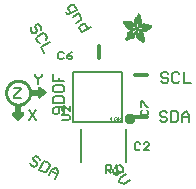
<source format=gbr>
G04 EAGLE Gerber RS-274X export*
G75*
%MOMM*%
%FSLAX34Y34*%
%LPD*%
%INSilkscreen Top*%
%IPPOS*%
%AMOC8*
5,1,8,0,0,1.08239X$1,22.5*%
G01*
%ADD10C,0.152400*%
%ADD11C,0.254000*%
%ADD12C,0.127000*%
%ADD13C,0.304800*%
%ADD14R,0.034300X0.003800*%
%ADD15R,0.057200X0.003800*%
%ADD16R,0.076200X0.003800*%
%ADD17R,0.091400X0.003800*%
%ADD18R,0.102900X0.003800*%
%ADD19R,0.114300X0.003900*%
%ADD20R,0.129500X0.003800*%
%ADD21R,0.137200X0.003800*%
%ADD22R,0.144800X0.003800*%
%ADD23R,0.152400X0.003800*%
%ADD24R,0.160000X0.003800*%
%ADD25R,0.171500X0.003800*%
%ADD26R,0.175300X0.003800*%
%ADD27R,0.182900X0.003800*%
%ADD28R,0.190500X0.003800*%
%ADD29R,0.194300X0.003900*%
%ADD30R,0.201900X0.003800*%
%ADD31R,0.209500X0.003800*%
%ADD32R,0.213400X0.003800*%
%ADD33R,0.221000X0.003800*%
%ADD34R,0.224800X0.003800*%
%ADD35R,0.232400X0.003800*%
%ADD36R,0.240000X0.003800*%
%ADD37R,0.243800X0.003800*%
%ADD38R,0.247600X0.003800*%
%ADD39R,0.255300X0.003900*%
%ADD40R,0.259100X0.003800*%
%ADD41R,0.262900X0.003800*%
%ADD42R,0.270500X0.003800*%
%ADD43R,0.274300X0.003800*%
%ADD44R,0.281900X0.003800*%
%ADD45R,0.285700X0.003800*%
%ADD46R,0.289500X0.003800*%
%ADD47R,0.297200X0.003800*%
%ADD48R,0.301000X0.003800*%
%ADD49R,0.304800X0.003900*%
%ADD50R,0.312400X0.003800*%
%ADD51R,0.316200X0.003800*%
%ADD52R,0.320000X0.003800*%
%ADD53R,0.327600X0.003800*%
%ADD54R,0.331500X0.003800*%
%ADD55R,0.339100X0.003800*%
%ADD56R,0.342900X0.003800*%
%ADD57R,0.346700X0.003800*%
%ADD58R,0.354300X0.003800*%
%ADD59R,0.358100X0.003900*%
%ADD60R,0.361900X0.003800*%
%ADD61R,0.369600X0.003800*%
%ADD62R,0.373400X0.003800*%
%ADD63R,0.377200X0.003800*%
%ADD64R,0.384800X0.003800*%
%ADD65R,0.388600X0.003800*%
%ADD66R,0.396200X0.003800*%
%ADD67R,0.400000X0.003800*%
%ADD68R,0.403800X0.003800*%
%ADD69R,0.411500X0.003900*%
%ADD70R,0.415300X0.003800*%
%ADD71R,0.419100X0.003800*%
%ADD72R,0.045700X0.003800*%
%ADD73R,0.426700X0.003800*%
%ADD74R,0.072400X0.003800*%
%ADD75R,0.430500X0.003800*%
%ADD76R,0.095300X0.003800*%
%ADD77R,0.438100X0.003800*%
%ADD78R,0.110500X0.003800*%
%ADD79R,0.441900X0.003800*%
%ADD80R,0.445800X0.003800*%
%ADD81R,0.144700X0.003800*%
%ADD82R,0.453400X0.003800*%
%ADD83R,0.457200X0.003800*%
%ADD84R,0.175300X0.003900*%
%ADD85R,0.461000X0.003900*%
%ADD86R,0.468600X0.003800*%
%ADD87R,0.205800X0.003800*%
%ADD88R,0.472400X0.003800*%
%ADD89R,0.217200X0.003800*%
%ADD90R,0.476200X0.003800*%
%ADD91R,0.483900X0.003800*%
%ADD92R,0.247700X0.003800*%
%ADD93R,0.487700X0.003800*%
%ADD94R,0.495300X0.003800*%
%ADD95R,0.499100X0.003800*%
%ADD96R,0.502900X0.003800*%
%ADD97R,0.510500X0.003800*%
%ADD98R,0.308600X0.003900*%
%ADD99R,0.514300X0.003900*%
%ADD100R,0.323800X0.003800*%
%ADD101R,0.518100X0.003800*%
%ADD102R,0.335300X0.003800*%
%ADD103R,0.525800X0.003800*%
%ADD104R,0.529600X0.003800*%
%ADD105R,0.358100X0.003800*%
%ADD106R,0.533400X0.003800*%
%ADD107R,0.537200X0.003800*%
%ADD108R,0.381000X0.003800*%
%ADD109R,0.544800X0.003800*%
%ADD110R,0.392400X0.003800*%
%ADD111R,0.548600X0.003800*%
%ADD112R,0.552400X0.003800*%
%ADD113R,0.556200X0.003800*%
%ADD114R,0.422900X0.003900*%
%ADD115R,0.560100X0.003900*%
%ADD116R,0.434300X0.003800*%
%ADD117R,0.563900X0.003800*%
%ADD118R,0.567700X0.003800*%
%ADD119R,0.461000X0.003800*%
%ADD120R,0.571500X0.003800*%
%ADD121R,0.575300X0.003800*%
%ADD122R,0.480100X0.003800*%
%ADD123R,0.579100X0.003800*%
%ADD124R,0.491500X0.003800*%
%ADD125R,0.582900X0.003800*%
%ADD126R,0.586700X0.003800*%
%ADD127R,0.510600X0.003800*%
%ADD128R,0.590500X0.003800*%
%ADD129R,0.522000X0.003800*%
%ADD130R,0.594300X0.003800*%
%ADD131R,0.533400X0.003900*%
%ADD132R,0.598200X0.003900*%
%ADD133R,0.541000X0.003800*%
%ADD134R,0.602000X0.003800*%
%ADD135R,0.552500X0.003800*%
%ADD136R,0.605800X0.003800*%
%ADD137R,0.560100X0.003800*%
%ADD138R,0.609600X0.003800*%
%ADD139R,0.613400X0.003800*%
%ADD140R,0.583000X0.003800*%
%ADD141R,0.617200X0.003800*%
%ADD142R,0.594400X0.003800*%
%ADD143R,0.621000X0.003800*%
%ADD144R,0.598200X0.003800*%
%ADD145R,0.624800X0.003800*%
%ADD146R,0.613500X0.003900*%
%ADD147R,0.628600X0.003900*%
%ADD148R,0.632400X0.003800*%
%ADD149R,0.628600X0.003800*%
%ADD150R,0.636300X0.003800*%
%ADD151R,0.640100X0.003800*%
%ADD152R,0.636200X0.003800*%
%ADD153R,0.643900X0.003800*%
%ADD154R,0.647700X0.003800*%
%ADD155R,0.651500X0.003800*%
%ADD156R,0.659100X0.003800*%
%ADD157R,0.659100X0.003900*%
%ADD158R,0.655300X0.003900*%
%ADD159R,0.662900X0.003800*%
%ADD160R,0.655300X0.003800*%
%ADD161R,0.670500X0.003800*%
%ADD162R,0.670600X0.003800*%
%ADD163R,0.674400X0.003800*%
%ADD164R,0.682000X0.003800*%
%ADD165R,0.666700X0.003800*%
%ADD166R,0.685800X0.003800*%
%ADD167R,0.689600X0.003800*%
%ADD168R,0.693400X0.003900*%
%ADD169R,0.674400X0.003900*%
%ADD170R,0.697200X0.003800*%
%ADD171R,0.678200X0.003800*%
%ADD172R,0.697300X0.003800*%
%ADD173R,0.701100X0.003800*%
%ADD174R,0.704900X0.003800*%
%ADD175R,0.708700X0.003800*%
%ADD176R,0.712500X0.003800*%
%ADD177R,0.716300X0.003800*%
%ADD178R,0.720100X0.003900*%
%ADD179R,0.689600X0.003900*%
%ADD180R,0.720000X0.003800*%
%ADD181R,0.693400X0.003800*%
%ADD182R,0.723900X0.003800*%
%ADD183R,0.727700X0.003800*%
%ADD184R,0.731500X0.003800*%
%ADD185R,0.701000X0.003800*%
%ADD186R,0.735300X0.003800*%
%ADD187R,0.731500X0.003900*%
%ADD188R,0.701000X0.003900*%
%ADD189R,0.704800X0.003800*%
%ADD190R,0.739100X0.003800*%
%ADD191R,0.743000X0.003800*%
%ADD192R,0.739200X0.003800*%
%ADD193R,0.743000X0.003900*%
%ADD194R,0.704800X0.003900*%
%ADD195R,0.746800X0.003800*%
%ADD196R,0.746800X0.003900*%
%ADD197R,0.742900X0.003800*%
%ADD198R,0.746700X0.003800*%
%ADD199R,0.746700X0.003900*%
%ADD200R,1.428800X0.003800*%
%ADD201R,1.424900X0.003800*%
%ADD202R,1.421100X0.003900*%
%ADD203R,1.421100X0.003800*%
%ADD204R,1.417300X0.003800*%
%ADD205R,1.413500X0.003800*%
%ADD206R,1.409700X0.003800*%
%ADD207R,1.405900X0.003800*%
%ADD208R,1.402100X0.003800*%
%ADD209R,1.398300X0.003800*%
%ADD210R,0.983000X0.003900*%
%ADD211R,0.384800X0.003900*%
%ADD212R,0.971600X0.003800*%
%ADD213R,0.963900X0.003800*%
%ADD214R,0.956300X0.003800*%
%ADD215R,0.365800X0.003800*%
%ADD216R,0.952500X0.003800*%
%ADD217R,0.941000X0.003800*%
%ADD218R,0.358200X0.003800*%
%ADD219R,0.937200X0.003800*%
%ADD220R,0.933400X0.003800*%
%ADD221R,0.354400X0.003800*%
%ADD222R,0.925800X0.003800*%
%ADD223R,0.350500X0.003800*%
%ADD224R,0.922000X0.003800*%
%ADD225R,0.918200X0.003900*%
%ADD226R,0.346700X0.003900*%
%ADD227R,0.910600X0.003800*%
%ADD228R,0.906800X0.003800*%
%ADD229R,0.903000X0.003800*%
%ADD230R,0.339000X0.003800*%
%ADD231R,0.895300X0.003800*%
%ADD232R,0.335200X0.003800*%
%ADD233R,0.887700X0.003800*%
%ADD234R,0.883900X0.003800*%
%ADD235R,0.331400X0.003800*%
%ADD236R,0.880100X0.003800*%
%ADD237R,0.876300X0.003800*%
%ADD238R,0.468600X0.003900*%
%ADD239R,0.396200X0.003900*%
%ADD240R,0.323800X0.003900*%
%ADD241R,0.449600X0.003800*%
%ADD242R,0.323900X0.003800*%
%ADD243R,0.442000X0.003800*%
%ADD244R,0.434400X0.003800*%
%ADD245R,0.320100X0.003800*%
%ADD246R,0.316300X0.003800*%
%ADD247R,0.426800X0.003800*%
%ADD248R,0.327700X0.003800*%
%ADD249R,0.312500X0.003800*%
%ADD250R,0.422900X0.003800*%
%ADD251R,0.308600X0.003800*%
%ADD252R,0.293400X0.003800*%
%ADD253R,0.304800X0.003800*%
%ADD254R,0.419100X0.003900*%
%ADD255R,0.285700X0.003900*%
%ADD256R,0.301000X0.003900*%
%ADD257R,0.411500X0.003800*%
%ADD258R,0.407700X0.003800*%
%ADD259R,0.289600X0.003800*%
%ADD260R,0.285800X0.003800*%
%ADD261R,0.403900X0.003800*%
%ADD262R,0.228600X0.003800*%
%ADD263R,0.403900X0.003900*%
%ADD264R,0.221000X0.003900*%
%ADD265R,0.278100X0.003900*%
%ADD266R,0.400100X0.003800*%
%ADD267R,0.209600X0.003800*%
%ADD268R,0.266700X0.003800*%
%ADD269R,0.038100X0.003800*%
%ADD270R,0.194300X0.003800*%
%ADD271R,0.148600X0.003800*%
%ADD272R,0.259000X0.003800*%
%ADD273R,0.182800X0.003800*%
%ADD274R,0.186700X0.003800*%
%ADD275R,0.251400X0.003800*%
%ADD276R,0.179100X0.003800*%
%ADD277R,0.236200X0.003800*%
%ADD278R,0.243900X0.003900*%
%ADD279R,0.282000X0.003900*%
%ADD280R,0.167700X0.003800*%
%ADD281R,0.236300X0.003800*%
%ADD282R,0.396300X0.003800*%
%ADD283R,0.163900X0.003800*%
%ADD284R,0.392500X0.003800*%
%ADD285R,0.160100X0.003800*%
%ADD286R,0.586800X0.003800*%
%ADD287R,0.148500X0.003800*%
%ADD288R,0.140900X0.003800*%
%ADD289R,0.392400X0.003900*%
%ADD290R,0.140900X0.003900*%
%ADD291R,0.647700X0.003900*%
%ADD292R,0.133300X0.003800*%
%ADD293R,0.674300X0.003800*%
%ADD294R,0.388700X0.003800*%
%ADD295R,0.125700X0.003800*%
%ADD296R,0.121900X0.003800*%
%ADD297R,0.720100X0.003800*%
%ADD298R,0.118100X0.003800*%
%ADD299R,0.118100X0.003900*%
%ADD300R,0.739100X0.003900*%
%ADD301R,0.114300X0.003800*%
%ADD302R,0.754400X0.003800*%
%ADD303R,0.765800X0.003800*%
%ADD304R,0.773400X0.003800*%
%ADD305R,0.784800X0.003800*%
%ADD306R,0.118200X0.003800*%
%ADD307R,0.792500X0.003800*%
%ADD308R,0.803900X0.003800*%
%ADD309R,0.122000X0.003800*%
%ADD310R,0.815400X0.003800*%
%ADD311R,0.125800X0.003800*%
%ADD312R,0.826800X0.003800*%
%ADD313R,0.369500X0.003900*%
%ADD314R,0.133400X0.003900*%
%ADD315R,0.842000X0.003900*%
%ADD316R,0.365700X0.003800*%
%ADD317R,1.009700X0.003800*%
%ADD318R,1.013500X0.003800*%
%ADD319R,0.362000X0.003800*%
%ADD320R,1.024900X0.003800*%
%ADD321R,1.028700X0.003800*%
%ADD322R,1.036300X0.003800*%
%ADD323R,1.047800X0.003800*%
%ADD324R,1.055400X0.003800*%
%ADD325R,1.070600X0.003800*%
%ADD326R,0.030500X0.003800*%
%ADD327R,1.436400X0.003800*%
%ADD328R,1.562100X0.003900*%
%ADD329R,1.588700X0.003800*%
%ADD330R,1.607800X0.003800*%
%ADD331R,1.626900X0.003800*%
%ADD332R,1.642100X0.003800*%
%ADD333R,1.657400X0.003800*%
%ADD334R,1.676400X0.003800*%
%ADD335R,1.687800X0.003800*%
%ADD336R,1.703000X0.003800*%
%ADD337R,1.714500X0.003800*%
%ADD338R,1.726000X0.003900*%
%ADD339R,1.741200X0.003800*%
%ADD340R,0.914400X0.003800*%
%ADD341R,0.769600X0.003800*%
%ADD342R,0.884000X0.003800*%
%ADD343R,0.712400X0.003800*%
%ADD344R,0.880100X0.003900*%
%ADD345R,0.887800X0.003800*%
%ADD346R,0.891600X0.003800*%
%ADD347R,0.895400X0.003800*%
%ADD348R,0.251500X0.003800*%
%ADD349R,0.579200X0.003900*%
%ADD350R,0.243900X0.003800*%
%ADD351R,0.556300X0.003800*%
%ADD352R,0.255200X0.003800*%
%ADD353R,0.529500X0.003800*%
%ADD354R,0.731600X0.003800*%
%ADD355R,0.525800X0.003900*%
%ADD356R,0.281900X0.003900*%
%ADD357R,0.735400X0.003900*%
%ADD358R,0.300900X0.003800*%
%ADD359R,0.762000X0.003800*%
%ADD360R,0.518200X0.003800*%
%ADD361R,0.350600X0.003800*%
%ADD362R,0.796300X0.003800*%
%ADD363R,0.807800X0.003800*%
%ADD364R,0.506700X0.003800*%
%ADD365R,0.849600X0.003800*%
%ADD366R,0.506700X0.003900*%
%ADD367R,1.371600X0.003900*%
%ADD368R,1.207800X0.003800*%
%ADD369R,0.503000X0.003800*%
%ADD370R,0.141000X0.003800*%
%ADD371R,1.203900X0.003800*%
%ADD372R,1.204000X0.003800*%
%ADD373R,1.200200X0.003800*%
%ADD374R,0.499100X0.003900*%
%ADD375R,0.156200X0.003900*%
%ADD376R,1.196400X0.003900*%
%ADD377R,1.196400X0.003800*%
%ADD378R,0.163800X0.003800*%
%ADD379R,0.167600X0.003800*%
%ADD380R,1.192500X0.003800*%
%ADD381R,0.499200X0.003800*%
%ADD382R,1.188700X0.003800*%
%ADD383R,0.506800X0.003800*%
%ADD384R,1.184900X0.003800*%
%ADD385R,0.510600X0.003900*%
%ADD386R,0.209600X0.003900*%
%ADD387R,1.181100X0.003900*%
%ADD388R,0.514400X0.003800*%
%ADD389R,1.181100X0.003800*%
%ADD390R,1.177300X0.003800*%
%ADD391R,0.240100X0.003800*%
%ADD392R,1.173500X0.003800*%
%ADD393R,1.169700X0.003800*%
%ADD394R,1.165900X0.003800*%
%ADD395R,1.162100X0.003800*%
%ADD396R,0.929700X0.003900*%
%ADD397R,1.162100X0.003900*%
%ADD398R,0.929700X0.003800*%
%ADD399R,1.154500X0.003800*%
%ADD400R,0.933500X0.003800*%
%ADD401R,1.150600X0.003800*%
%ADD402R,0.937300X0.003800*%
%ADD403R,1.146800X0.003800*%
%ADD404R,0.941100X0.003800*%
%ADD405R,1.139200X0.003800*%
%ADD406R,0.944900X0.003800*%
%ADD407R,1.135400X0.003800*%
%ADD408R,0.948700X0.003800*%
%ADD409R,1.127800X0.003800*%
%ADD410R,1.124000X0.003800*%
%ADD411R,1.116400X0.003800*%
%ADD412R,0.956300X0.003900*%
%ADD413R,1.104900X0.003900*%
%ADD414R,0.960100X0.003800*%
%ADD415R,1.093500X0.003800*%
%ADD416R,1.085900X0.003800*%
%ADD417R,0.967800X0.003800*%
%ADD418R,1.074500X0.003800*%
%ADD419R,1.063000X0.003800*%
%ADD420R,0.975400X0.003800*%
%ADD421R,1.036400X0.003800*%
%ADD422R,0.979200X0.003800*%
%ADD423R,1.021000X0.003800*%
%ADD424R,0.983000X0.003800*%
%ADD425R,1.009600X0.003800*%
%ADD426R,0.986800X0.003800*%
%ADD427R,0.998200X0.003800*%
%ADD428R,0.990600X0.003900*%
%ADD429R,0.986700X0.003900*%
%ADD430R,0.994400X0.003800*%
%ADD431R,0.975300X0.003800*%
%ADD432R,0.948600X0.003800*%
%ADD433R,1.002000X0.003800*%
%ADD434R,0.213300X0.003800*%
%ADD435R,0.217100X0.003800*%
%ADD436R,1.017300X0.003800*%
%ADD437R,0.666800X0.003800*%
%ADD438R,0.220900X0.003800*%
%ADD439R,1.028700X0.003900*%
%ADD440R,0.224700X0.003900*%
%ADD441R,1.032500X0.003800*%
%ADD442R,1.040100X0.003800*%
%ADD443R,1.043900X0.003800*%
%ADD444R,0.548700X0.003800*%
%ADD445R,1.051500X0.003800*%
%ADD446R,1.055300X0.003800*%
%ADD447R,1.059100X0.003800*%
%ADD448R,1.062900X0.003800*%
%ADD449R,0.255300X0.003800*%
%ADD450R,1.066800X0.003900*%
%ADD451R,0.259100X0.003900*%
%ADD452R,0.457200X0.003900*%
%ADD453R,0.423000X0.003800*%
%ADD454R,1.082100X0.003800*%
%ADD455R,0.274400X0.003800*%
%ADD456R,0.278200X0.003800*%
%ADD457R,1.101100X0.003800*%
%ADD458R,0.278100X0.003800*%
%ADD459R,0.876300X0.003900*%
%ADD460R,0.236200X0.003900*%
%ADD461R,0.289600X0.003900*%
%ADD462R,0.247700X0.003900*%
%ADD463R,0.049500X0.003800*%
%ADD464R,0.640100X0.003900*%
%ADD465R,0.659200X0.003800*%
%ADD466R,0.663000X0.003800*%
%ADD467R,0.872500X0.003900*%
%ADD468R,0.666800X0.003900*%
%ADD469R,0.872500X0.003800*%
%ADD470R,0.868700X0.003800*%
%ADD471R,0.864900X0.003800*%
%ADD472R,0.861100X0.003800*%
%ADD473R,0.857300X0.003800*%
%ADD474R,0.853400X0.003800*%
%ADD475R,0.845800X0.003800*%
%ADD476R,0.682000X0.003900*%
%ADD477R,0.842000X0.003800*%
%ADD478R,0.834400X0.003800*%
%ADD479R,0.823000X0.003800*%
%ADD480R,0.815300X0.003800*%
%ADD481R,0.811500X0.003800*%
%ADD482R,0.788700X0.003800*%
%ADD483R,0.777300X0.003900*%
%ADD484R,0.750600X0.003800*%
%ADD485R,0.735400X0.003800*%
%ADD486R,0.727800X0.003800*%
%ADD487R,0.628700X0.003800*%
%ADD488R,0.575400X0.003800*%
%ADD489R,0.670600X0.003900*%
%ADD490R,0.655400X0.003800*%
%ADD491R,0.651500X0.003900*%
%ADD492R,0.624800X0.003900*%
%ADD493R,0.594400X0.003900*%
%ADD494R,0.563900X0.003900*%
%ADD495R,0.541100X0.003800*%
%ADD496R,0.537300X0.003800*%
%ADD497R,0.525700X0.003800*%
%ADD498R,0.525700X0.003900*%
%ADD499R,0.514300X0.003800*%
%ADD500R,0.480100X0.003900*%
%ADD501R,0.464800X0.003800*%
%ADD502R,0.442000X0.003900*%
%ADD503R,0.438200X0.003800*%
%ADD504R,0.430600X0.003800*%
%ADD505R,0.407600X0.003800*%
%ADD506R,0.403800X0.003900*%
%ADD507R,0.365700X0.003900*%
%ADD508R,0.327700X0.003900*%
%ADD509R,0.243800X0.003900*%
%ADD510R,0.205800X0.003900*%
%ADD511R,0.198100X0.003800*%
%ADD512R,0.163800X0.003900*%
%ADD513R,0.137100X0.003800*%
%ADD514R,0.091500X0.003900*%
%ADD515R,0.060900X0.003800*%
%ADD516C,0.406400*%
%ADD517C,0.203200*%
%ADD518C,0.050800*%

G36*
X-49403Y-1174D02*
X-49403Y-1174D01*
X-49293Y-1167D01*
X-49246Y-1152D01*
X-49197Y-1145D01*
X-49095Y-1103D01*
X-48991Y-1069D01*
X-48949Y-1042D01*
X-48903Y-1024D01*
X-48768Y-935D01*
X-43688Y2875D01*
X-43638Y2923D01*
X-43584Y2962D01*
X-43541Y3014D01*
X-43485Y3066D01*
X-43474Y3082D01*
X-43460Y3096D01*
X-43420Y3161D01*
X-43382Y3207D01*
X-43356Y3262D01*
X-43310Y3331D01*
X-43304Y3350D01*
X-43294Y3367D01*
X-43269Y3446D01*
X-43246Y3495D01*
X-43236Y3549D01*
X-43207Y3632D01*
X-43206Y3652D01*
X-43200Y3671D01*
X-43196Y3759D01*
X-43186Y3807D01*
X-43189Y3857D01*
X-43182Y3949D01*
X-43186Y3969D01*
X-43185Y3988D01*
X-43203Y4079D01*
X-43206Y4125D01*
X-43220Y4169D01*
X-43237Y4263D01*
X-43245Y4281D01*
X-43249Y4300D01*
X-43291Y4386D01*
X-43304Y4427D01*
X-43328Y4464D01*
X-43367Y4553D01*
X-43380Y4568D01*
X-43388Y4586D01*
X-43451Y4659D01*
X-43474Y4696D01*
X-43506Y4726D01*
X-43566Y4801D01*
X-43587Y4819D01*
X-43595Y4828D01*
X-43611Y4839D01*
X-43688Y4905D01*
X-48768Y8715D01*
X-48773Y8718D01*
X-48777Y8722D01*
X-48814Y8742D01*
X-48849Y8771D01*
X-48949Y8818D01*
X-49045Y8873D01*
X-49093Y8886D01*
X-49137Y8907D01*
X-49245Y8928D01*
X-49352Y8957D01*
X-49401Y8957D01*
X-49450Y8967D01*
X-49503Y8963D01*
X-49524Y8965D01*
X-49530Y8965D01*
X-49568Y8960D01*
X-49670Y8962D01*
X-49718Y8950D01*
X-49767Y8947D01*
X-49828Y8927D01*
X-49846Y8925D01*
X-49882Y8911D01*
X-49979Y8887D01*
X-50023Y8864D01*
X-50069Y8849D01*
X-50123Y8815D01*
X-50141Y8808D01*
X-50175Y8783D01*
X-50260Y8738D01*
X-50296Y8705D01*
X-50338Y8679D01*
X-50379Y8635D01*
X-50399Y8621D01*
X-50428Y8585D01*
X-50495Y8524D01*
X-50522Y8483D01*
X-50556Y8447D01*
X-50583Y8398D01*
X-50601Y8376D01*
X-50624Y8329D01*
X-50670Y8259D01*
X-50686Y8212D01*
X-50710Y8169D01*
X-50722Y8119D01*
X-50737Y8088D01*
X-50748Y8030D01*
X-50773Y7958D01*
X-50777Y7909D01*
X-50789Y7861D01*
X-50793Y7794D01*
X-50797Y7776D01*
X-50796Y7758D01*
X-50799Y7700D01*
X-50799Y6429D01*
X-55880Y6429D01*
X-55998Y6414D01*
X-56117Y6407D01*
X-56155Y6394D01*
X-56196Y6389D01*
X-56306Y6346D01*
X-56419Y6309D01*
X-56454Y6287D01*
X-56491Y6272D01*
X-56587Y6203D01*
X-56688Y6139D01*
X-56716Y6109D01*
X-56749Y6086D01*
X-56825Y5994D01*
X-56906Y5907D01*
X-56926Y5872D01*
X-56951Y5841D01*
X-57002Y5733D01*
X-57060Y5629D01*
X-57070Y5589D01*
X-57087Y5553D01*
X-57109Y5436D01*
X-57139Y5321D01*
X-57143Y5261D01*
X-57147Y5241D01*
X-57147Y5238D01*
X-57146Y5219D01*
X-57149Y5160D01*
X-57149Y2620D01*
X-57134Y2502D01*
X-57127Y2383D01*
X-57114Y2345D01*
X-57109Y2304D01*
X-57066Y2194D01*
X-57029Y2081D01*
X-57007Y2046D01*
X-56992Y2009D01*
X-56923Y1913D01*
X-56859Y1812D01*
X-56829Y1784D01*
X-56806Y1751D01*
X-56714Y1676D01*
X-56627Y1594D01*
X-56592Y1574D01*
X-56561Y1549D01*
X-56453Y1498D01*
X-56349Y1440D01*
X-56309Y1430D01*
X-56273Y1413D01*
X-56156Y1391D01*
X-56041Y1361D01*
X-55981Y1357D01*
X-55961Y1353D01*
X-55940Y1355D01*
X-55880Y1351D01*
X-50799Y1351D01*
X-50799Y80D01*
X-50793Y31D01*
X-50795Y-18D01*
X-50773Y-126D01*
X-50759Y-236D01*
X-50741Y-281D01*
X-50731Y-330D01*
X-50683Y-429D01*
X-50642Y-531D01*
X-50613Y-571D01*
X-50592Y-616D01*
X-50520Y-699D01*
X-50456Y-789D01*
X-50417Y-820D01*
X-50385Y-858D01*
X-50295Y-921D01*
X-50211Y-991D01*
X-50166Y-1012D01*
X-50125Y-1041D01*
X-50022Y-1080D01*
X-49923Y-1127D01*
X-49874Y-1136D01*
X-49828Y-1154D01*
X-49718Y-1166D01*
X-49611Y-1187D01*
X-49561Y-1184D01*
X-49512Y-1189D01*
X-49403Y-1174D01*
G37*
G36*
X-67231Y-20235D02*
X-67231Y-20235D01*
X-67212Y-20235D01*
X-67075Y-20207D01*
X-66937Y-20183D01*
X-66919Y-20175D01*
X-66900Y-20171D01*
X-66775Y-20110D01*
X-66648Y-20053D01*
X-66632Y-20040D01*
X-66614Y-20032D01*
X-66508Y-19941D01*
X-66399Y-19854D01*
X-66381Y-19833D01*
X-66372Y-19825D01*
X-66361Y-19809D01*
X-66295Y-19732D01*
X-62485Y-14652D01*
X-62461Y-14610D01*
X-62431Y-14574D01*
X-62431Y-14573D01*
X-62429Y-14571D01*
X-62382Y-14471D01*
X-62327Y-14375D01*
X-62314Y-14327D01*
X-62293Y-14283D01*
X-62272Y-14175D01*
X-62243Y-14068D01*
X-62243Y-14019D01*
X-62233Y-13971D01*
X-62240Y-13861D01*
X-62238Y-13750D01*
X-62250Y-13702D01*
X-62253Y-13653D01*
X-62287Y-13549D01*
X-62313Y-13441D01*
X-62336Y-13397D01*
X-62351Y-13351D01*
X-62410Y-13258D01*
X-62462Y-13160D01*
X-62495Y-13124D01*
X-62521Y-13082D01*
X-62602Y-13006D01*
X-62676Y-12925D01*
X-62717Y-12898D01*
X-62753Y-12864D01*
X-62849Y-12811D01*
X-62941Y-12750D01*
X-62988Y-12734D01*
X-63031Y-12710D01*
X-63138Y-12683D01*
X-63242Y-12647D01*
X-63291Y-12643D01*
X-63339Y-12631D01*
X-63500Y-12621D01*
X-64771Y-12621D01*
X-64771Y-7540D01*
X-64786Y-7422D01*
X-64793Y-7303D01*
X-64806Y-7265D01*
X-64811Y-7224D01*
X-64854Y-7114D01*
X-64891Y-7001D01*
X-64913Y-6966D01*
X-64928Y-6929D01*
X-64998Y-6833D01*
X-65061Y-6732D01*
X-65091Y-6704D01*
X-65114Y-6671D01*
X-65206Y-6596D01*
X-65293Y-6514D01*
X-65328Y-6494D01*
X-65359Y-6469D01*
X-65467Y-6418D01*
X-65571Y-6360D01*
X-65611Y-6350D01*
X-65647Y-6333D01*
X-65764Y-6311D01*
X-65879Y-6281D01*
X-65940Y-6277D01*
X-65960Y-6273D01*
X-65980Y-6275D01*
X-66040Y-6271D01*
X-68580Y-6271D01*
X-68698Y-6286D01*
X-68817Y-6293D01*
X-68855Y-6306D01*
X-68896Y-6311D01*
X-69006Y-6354D01*
X-69119Y-6391D01*
X-69154Y-6413D01*
X-69191Y-6428D01*
X-69287Y-6498D01*
X-69388Y-6561D01*
X-69416Y-6591D01*
X-69449Y-6614D01*
X-69525Y-6706D01*
X-69606Y-6793D01*
X-69626Y-6828D01*
X-69651Y-6859D01*
X-69702Y-6967D01*
X-69760Y-7071D01*
X-69770Y-7111D01*
X-69787Y-7147D01*
X-69809Y-7264D01*
X-69839Y-7379D01*
X-69843Y-7440D01*
X-69847Y-7460D01*
X-69846Y-7465D01*
X-69847Y-7466D01*
X-69846Y-7483D01*
X-69849Y-7540D01*
X-69849Y-12621D01*
X-71120Y-12621D01*
X-71169Y-12627D01*
X-71218Y-12625D01*
X-71326Y-12647D01*
X-71436Y-12661D01*
X-71481Y-12679D01*
X-71530Y-12689D01*
X-71629Y-12737D01*
X-71731Y-12778D01*
X-71771Y-12807D01*
X-71816Y-12828D01*
X-71899Y-12900D01*
X-71989Y-12964D01*
X-72020Y-13003D01*
X-72058Y-13035D01*
X-72121Y-13125D01*
X-72191Y-13209D01*
X-72212Y-13254D01*
X-72241Y-13295D01*
X-72280Y-13398D01*
X-72327Y-13497D01*
X-72336Y-13546D01*
X-72354Y-13592D01*
X-72366Y-13702D01*
X-72387Y-13810D01*
X-72384Y-13859D01*
X-72389Y-13908D01*
X-72374Y-14017D01*
X-72367Y-14127D01*
X-72352Y-14174D01*
X-72345Y-14223D01*
X-72303Y-14325D01*
X-72269Y-14429D01*
X-72242Y-14471D01*
X-72224Y-14517D01*
X-72135Y-14652D01*
X-68325Y-19732D01*
X-68228Y-19832D01*
X-68134Y-19935D01*
X-68118Y-19946D01*
X-68104Y-19960D01*
X-67985Y-20033D01*
X-67869Y-20110D01*
X-67850Y-20116D01*
X-67833Y-20126D01*
X-67700Y-20168D01*
X-67568Y-20213D01*
X-67548Y-20214D01*
X-67529Y-20220D01*
X-67390Y-20227D01*
X-67251Y-20238D01*
X-67231Y-20235D01*
G37*
D10*
X-53043Y19645D02*
X-53043Y18205D01*
X-50162Y15324D01*
X-47281Y18205D01*
X-47281Y19645D01*
X-50162Y15324D02*
X-50162Y11002D01*
X-58123Y-10835D02*
X-52361Y-19478D01*
X-58123Y-19478D02*
X-52361Y-10835D01*
X-65061Y8215D02*
X-70823Y8215D01*
X-65061Y8215D02*
X-65061Y6775D01*
X-70823Y1013D01*
X-70823Y-428D01*
X-65061Y-428D01*
D11*
X-77470Y3810D02*
X-77467Y4059D01*
X-77458Y4309D01*
X-77442Y4557D01*
X-77421Y4806D01*
X-77394Y5054D01*
X-77360Y5301D01*
X-77320Y5547D01*
X-77275Y5792D01*
X-77223Y6036D01*
X-77166Y6279D01*
X-77102Y6520D01*
X-77033Y6759D01*
X-76957Y6997D01*
X-76876Y7233D01*
X-76789Y7467D01*
X-76697Y7698D01*
X-76598Y7927D01*
X-76495Y8154D01*
X-76385Y8378D01*
X-76270Y8599D01*
X-76150Y8818D01*
X-76025Y9033D01*
X-75894Y9246D01*
X-75758Y9455D01*
X-75617Y9660D01*
X-75471Y9862D01*
X-75320Y10061D01*
X-75164Y10255D01*
X-75003Y10446D01*
X-74838Y10633D01*
X-74668Y10816D01*
X-74494Y10994D01*
X-74316Y11168D01*
X-74133Y11338D01*
X-73946Y11503D01*
X-73755Y11664D01*
X-73561Y11820D01*
X-73362Y11971D01*
X-73160Y12117D01*
X-72955Y12258D01*
X-72746Y12394D01*
X-72533Y12525D01*
X-72318Y12650D01*
X-72099Y12770D01*
X-71878Y12885D01*
X-71654Y12995D01*
X-71427Y13098D01*
X-71198Y13197D01*
X-70967Y13289D01*
X-70733Y13376D01*
X-70497Y13457D01*
X-70259Y13533D01*
X-70020Y13602D01*
X-69779Y13666D01*
X-69536Y13723D01*
X-69292Y13775D01*
X-69047Y13820D01*
X-68801Y13860D01*
X-68554Y13894D01*
X-68306Y13921D01*
X-68057Y13942D01*
X-67809Y13958D01*
X-67559Y13967D01*
X-67310Y13970D01*
X-67061Y13967D01*
X-66811Y13958D01*
X-66563Y13942D01*
X-66314Y13921D01*
X-66066Y13894D01*
X-65819Y13860D01*
X-65573Y13820D01*
X-65328Y13775D01*
X-65084Y13723D01*
X-64841Y13666D01*
X-64600Y13602D01*
X-64361Y13533D01*
X-64123Y13457D01*
X-63887Y13376D01*
X-63653Y13289D01*
X-63422Y13197D01*
X-63193Y13098D01*
X-62966Y12995D01*
X-62742Y12885D01*
X-62521Y12770D01*
X-62302Y12650D01*
X-62087Y12525D01*
X-61874Y12394D01*
X-61665Y12258D01*
X-61460Y12117D01*
X-61258Y11971D01*
X-61059Y11820D01*
X-60865Y11664D01*
X-60674Y11503D01*
X-60487Y11338D01*
X-60304Y11168D01*
X-60126Y10994D01*
X-59952Y10816D01*
X-59782Y10633D01*
X-59617Y10446D01*
X-59456Y10255D01*
X-59300Y10061D01*
X-59149Y9862D01*
X-59003Y9660D01*
X-58862Y9455D01*
X-58726Y9246D01*
X-58595Y9033D01*
X-58470Y8818D01*
X-58350Y8599D01*
X-58235Y8378D01*
X-58125Y8154D01*
X-58022Y7927D01*
X-57923Y7698D01*
X-57831Y7467D01*
X-57744Y7233D01*
X-57663Y6997D01*
X-57587Y6759D01*
X-57518Y6520D01*
X-57454Y6279D01*
X-57397Y6036D01*
X-57345Y5792D01*
X-57300Y5547D01*
X-57260Y5301D01*
X-57226Y5054D01*
X-57199Y4806D01*
X-57178Y4557D01*
X-57162Y4309D01*
X-57153Y4059D01*
X-57150Y3810D01*
X-57153Y3561D01*
X-57162Y3311D01*
X-57178Y3063D01*
X-57199Y2814D01*
X-57226Y2566D01*
X-57260Y2319D01*
X-57300Y2073D01*
X-57345Y1828D01*
X-57397Y1584D01*
X-57454Y1341D01*
X-57518Y1100D01*
X-57587Y861D01*
X-57663Y623D01*
X-57744Y387D01*
X-57831Y153D01*
X-57923Y-78D01*
X-58022Y-307D01*
X-58125Y-534D01*
X-58235Y-758D01*
X-58350Y-979D01*
X-58470Y-1198D01*
X-58595Y-1413D01*
X-58726Y-1626D01*
X-58862Y-1835D01*
X-59003Y-2040D01*
X-59149Y-2242D01*
X-59300Y-2441D01*
X-59456Y-2635D01*
X-59617Y-2826D01*
X-59782Y-3013D01*
X-59952Y-3196D01*
X-60126Y-3374D01*
X-60304Y-3548D01*
X-60487Y-3718D01*
X-60674Y-3883D01*
X-60865Y-4044D01*
X-61059Y-4200D01*
X-61258Y-4351D01*
X-61460Y-4497D01*
X-61665Y-4638D01*
X-61874Y-4774D01*
X-62087Y-4905D01*
X-62302Y-5030D01*
X-62521Y-5150D01*
X-62742Y-5265D01*
X-62966Y-5375D01*
X-63193Y-5478D01*
X-63422Y-5577D01*
X-63653Y-5669D01*
X-63887Y-5756D01*
X-64123Y-5837D01*
X-64361Y-5913D01*
X-64600Y-5982D01*
X-64841Y-6046D01*
X-65084Y-6103D01*
X-65328Y-6155D01*
X-65573Y-6200D01*
X-65819Y-6240D01*
X-66066Y-6274D01*
X-66314Y-6301D01*
X-66563Y-6322D01*
X-66811Y-6338D01*
X-67061Y-6347D01*
X-67310Y-6350D01*
X-67559Y-6347D01*
X-67809Y-6338D01*
X-68057Y-6322D01*
X-68306Y-6301D01*
X-68554Y-6274D01*
X-68801Y-6240D01*
X-69047Y-6200D01*
X-69292Y-6155D01*
X-69536Y-6103D01*
X-69779Y-6046D01*
X-70020Y-5982D01*
X-70259Y-5913D01*
X-70497Y-5837D01*
X-70733Y-5756D01*
X-70967Y-5669D01*
X-71198Y-5577D01*
X-71427Y-5478D01*
X-71654Y-5375D01*
X-71878Y-5265D01*
X-72099Y-5150D01*
X-72318Y-5030D01*
X-72533Y-4905D01*
X-72746Y-4774D01*
X-72955Y-4638D01*
X-73160Y-4497D01*
X-73362Y-4351D01*
X-73561Y-4200D01*
X-73755Y-4044D01*
X-73946Y-3883D01*
X-74133Y-3718D01*
X-74316Y-3548D01*
X-74494Y-3374D01*
X-74668Y-3196D01*
X-74838Y-3013D01*
X-75003Y-2826D01*
X-75164Y-2635D01*
X-75320Y-2441D01*
X-75471Y-2242D01*
X-75617Y-2040D01*
X-75758Y-1835D01*
X-75894Y-1626D01*
X-76025Y-1413D01*
X-76150Y-1198D01*
X-76270Y-979D01*
X-76385Y-758D01*
X-76495Y-534D01*
X-76598Y-307D01*
X-76697Y-78D01*
X-76789Y153D01*
X-76876Y387D01*
X-76957Y623D01*
X-77033Y861D01*
X-77102Y1100D01*
X-77166Y1341D01*
X-77223Y1584D01*
X-77275Y1828D01*
X-77320Y2073D01*
X-77360Y2319D01*
X-77394Y2566D01*
X-77421Y2814D01*
X-77442Y3063D01*
X-77458Y3311D01*
X-77467Y3561D01*
X-77470Y3810D01*
D12*
X18345Y-57791D02*
X20370Y-58334D01*
X21853Y-60903D01*
X21311Y-62928D01*
X20026Y-63670D01*
X18001Y-63127D01*
X17259Y-61843D01*
X18001Y-63127D02*
X17458Y-65153D01*
X16173Y-65894D01*
X14148Y-65351D01*
X12665Y-62783D01*
X13208Y-60757D01*
X19169Y-68118D02*
X24307Y-65152D01*
X19169Y-68118D02*
X18084Y-72169D01*
X22135Y-73255D01*
X27272Y-70289D01*
X-26118Y70807D02*
X-26860Y72092D01*
X-26118Y70807D02*
X-24093Y70265D01*
X-17671Y73972D01*
X-19896Y77825D01*
X-21921Y78367D01*
X-24490Y76884D01*
X-25033Y74859D01*
X-22808Y71006D01*
X-21097Y68041D02*
X-15960Y71007D01*
X-13735Y67154D01*
X-14278Y65129D01*
X-18131Y62904D01*
X-13453Y54802D02*
X-5748Y59251D01*
X-13453Y54802D02*
X-15678Y58655D01*
X-15135Y60681D01*
X-12566Y62164D01*
X-10540Y61621D01*
X-8316Y57768D01*
X58424Y20963D02*
X59907Y19480D01*
X58424Y20963D02*
X55458Y20963D01*
X53975Y19480D01*
X53975Y17997D01*
X55458Y16514D01*
X58424Y16514D01*
X59907Y15031D01*
X59907Y13548D01*
X58424Y12065D01*
X55458Y12065D01*
X53975Y13548D01*
X67779Y20963D02*
X69262Y19480D01*
X67779Y20963D02*
X64813Y20963D01*
X63330Y19480D01*
X63330Y13548D01*
X64813Y12065D01*
X67779Y12065D01*
X69262Y13548D01*
X72685Y12065D02*
X72685Y20963D01*
X72685Y12065D02*
X78617Y12065D01*
X57154Y-12057D02*
X58637Y-13540D01*
X57154Y-12057D02*
X54188Y-12057D01*
X52705Y-13540D01*
X52705Y-15023D01*
X54188Y-16506D01*
X57154Y-16506D01*
X58637Y-17989D01*
X58637Y-19472D01*
X57154Y-20955D01*
X54188Y-20955D01*
X52705Y-19472D01*
X62060Y-20955D02*
X62060Y-12057D01*
X62060Y-20955D02*
X66509Y-20955D01*
X67992Y-19472D01*
X67992Y-13540D01*
X66509Y-12057D01*
X62060Y-12057D01*
X71415Y-15023D02*
X71415Y-20955D01*
X71415Y-15023D02*
X74381Y-12057D01*
X77347Y-15023D01*
X77347Y-20955D01*
X77347Y-16506D02*
X71415Y-16506D01*
X-48137Y56933D02*
X-47594Y58959D01*
X-49077Y61528D01*
X-51103Y62070D01*
X-52387Y61329D01*
X-52930Y59303D01*
X-51447Y56735D01*
X-51990Y54709D01*
X-53274Y53967D01*
X-55300Y54510D01*
X-56783Y57079D01*
X-56240Y59104D01*
X-42917Y50857D02*
X-43459Y48831D01*
X-42917Y50857D02*
X-44400Y53426D01*
X-46425Y53969D01*
X-51562Y51003D01*
X-52105Y48977D01*
X-50622Y46408D01*
X-48596Y45866D01*
X-48169Y42159D02*
X-40463Y46608D01*
X-48169Y42159D02*
X-45203Y37022D01*
X-49426Y-51282D02*
X-48884Y-53308D01*
X-49426Y-51282D02*
X-51995Y-49800D01*
X-54021Y-50342D01*
X-54762Y-51627D01*
X-54219Y-53652D01*
X-51651Y-55135D01*
X-51108Y-57161D01*
X-51850Y-58445D01*
X-53875Y-58988D01*
X-56444Y-57505D01*
X-56987Y-55479D01*
X-49626Y-61441D02*
X-45177Y-53736D01*
X-49626Y-61441D02*
X-45773Y-63666D01*
X-43748Y-63123D01*
X-40782Y-57986D01*
X-41325Y-55960D01*
X-45177Y-53736D01*
X-38558Y-60982D02*
X-41524Y-66119D01*
X-38558Y-60982D02*
X-34507Y-59896D01*
X-33421Y-63948D01*
X-36387Y-69085D01*
X-34163Y-65232D02*
X-39300Y-62266D01*
X-30058Y-14605D02*
X-28575Y-13122D01*
X-28575Y-10156D01*
X-30058Y-8673D01*
X-35990Y-8673D01*
X-37473Y-10156D01*
X-37473Y-13122D01*
X-35990Y-14605D01*
X-34507Y-14605D01*
X-33024Y-13122D01*
X-33024Y-8673D01*
X-37473Y-5250D02*
X-28575Y-5250D01*
X-28575Y-801D01*
X-30058Y682D01*
X-35990Y682D01*
X-37473Y-801D01*
X-37473Y-5250D01*
X-37473Y5588D02*
X-37473Y8554D01*
X-37473Y5588D02*
X-35990Y4105D01*
X-30058Y4105D01*
X-28575Y5588D01*
X-28575Y8554D01*
X-30058Y10037D01*
X-35990Y10037D01*
X-37473Y8554D01*
X-37473Y13461D02*
X-28575Y13461D01*
X-37473Y13461D02*
X-37473Y19392D01*
X-33024Y16426D02*
X-33024Y13461D01*
D13*
X31750Y-16510D02*
X41910Y-16510D01*
D10*
X35072Y-38348D02*
X36173Y-39450D01*
X35072Y-38348D02*
X32869Y-38348D01*
X31767Y-39450D01*
X31767Y-43856D01*
X32869Y-44958D01*
X35072Y-44958D01*
X36173Y-43856D01*
X39251Y-44958D02*
X43658Y-44958D01*
X43658Y-40552D02*
X39251Y-44958D01*
X43658Y-40552D02*
X43658Y-39450D01*
X42556Y-38348D01*
X40353Y-38348D01*
X39251Y-39450D01*
D14*
X38659Y45720D03*
D15*
X38659Y45758D03*
D16*
X38640Y45796D03*
D17*
X38640Y45834D03*
D18*
X38659Y45872D03*
D19*
X38640Y45911D03*
D20*
X38640Y45949D03*
D21*
X38640Y45987D03*
D22*
X38640Y46025D03*
D23*
X38602Y46063D03*
D24*
X38602Y46101D03*
D25*
X38583Y46139D03*
D26*
X38564Y46177D03*
D27*
X38564Y46215D03*
D28*
X38526Y46253D03*
D29*
X38507Y46292D03*
D30*
X38507Y46330D03*
D31*
X38469Y46368D03*
D32*
X38449Y46406D03*
D33*
X38411Y46444D03*
D34*
X38392Y46482D03*
D35*
X38392Y46520D03*
D36*
X38354Y46558D03*
D37*
X38335Y46596D03*
D38*
X38316Y46634D03*
D39*
X38278Y46673D03*
D40*
X38259Y46711D03*
D41*
X38240Y46749D03*
D42*
X38202Y46787D03*
D43*
X38183Y46825D03*
D44*
X38145Y46863D03*
D45*
X38126Y46901D03*
D46*
X38107Y46939D03*
D47*
X38068Y46977D03*
D48*
X38049Y47015D03*
D49*
X38030Y47054D03*
D50*
X37992Y47092D03*
D51*
X37973Y47130D03*
D52*
X37954Y47168D03*
D53*
X37916Y47206D03*
D54*
X37897Y47244D03*
D55*
X37859Y47282D03*
D56*
X37840Y47320D03*
D57*
X37821Y47358D03*
D58*
X37783Y47396D03*
D59*
X37764Y47435D03*
D60*
X37745Y47473D03*
D61*
X37706Y47511D03*
D62*
X37687Y47549D03*
D63*
X37668Y47587D03*
D64*
X37630Y47625D03*
D65*
X37611Y47663D03*
D66*
X37573Y47701D03*
D67*
X37554Y47739D03*
D68*
X37535Y47777D03*
D69*
X37497Y47816D03*
D70*
X37478Y47854D03*
D71*
X37459Y47892D03*
D72*
X24696Y47930D03*
D73*
X37421Y47930D03*
D74*
X24714Y47968D03*
D75*
X37402Y47968D03*
D76*
X24753Y48006D03*
D77*
X37364Y48006D03*
D78*
X24791Y48044D03*
D79*
X37345Y48044D03*
D20*
X24810Y48082D03*
D80*
X37325Y48082D03*
D81*
X24848Y48120D03*
D82*
X37287Y48120D03*
D24*
X24886Y48158D03*
D83*
X37268Y48158D03*
D84*
X24924Y48197D03*
D85*
X37249Y48197D03*
D28*
X24962Y48235D03*
D86*
X37211Y48235D03*
D87*
X25000Y48273D03*
D88*
X37192Y48273D03*
D89*
X25057Y48311D03*
D90*
X37173Y48311D03*
D35*
X25095Y48349D03*
D91*
X37135Y48349D03*
D92*
X25134Y48387D03*
D93*
X37116Y48387D03*
D40*
X25191Y48425D03*
D94*
X37078Y48425D03*
D43*
X25229Y48463D03*
D95*
X37059Y48463D03*
D45*
X25286Y48501D03*
D96*
X37040Y48501D03*
D47*
X25343Y48539D03*
D97*
X37002Y48539D03*
D98*
X25400Y48578D03*
D99*
X36983Y48578D03*
D100*
X25438Y48616D03*
D101*
X36964Y48616D03*
D102*
X25496Y48654D03*
D103*
X36925Y48654D03*
D57*
X25553Y48692D03*
D104*
X36906Y48692D03*
D105*
X25610Y48730D03*
D106*
X36887Y48730D03*
D61*
X25667Y48768D03*
D107*
X36868Y48768D03*
D108*
X25724Y48806D03*
D109*
X36830Y48806D03*
D110*
X25781Y48844D03*
D111*
X36811Y48844D03*
D68*
X25838Y48882D03*
D112*
X36792Y48882D03*
D70*
X25896Y48920D03*
D113*
X36773Y48920D03*
D114*
X25972Y48959D03*
D115*
X36754Y48959D03*
D116*
X26029Y48997D03*
D117*
X36735Y48997D03*
D80*
X26086Y49035D03*
D118*
X36716Y49035D03*
D119*
X26162Y49073D03*
D120*
X36697Y49073D03*
D88*
X26219Y49111D03*
D121*
X36678Y49111D03*
D122*
X26296Y49149D03*
D123*
X36659Y49149D03*
D124*
X26353Y49187D03*
D125*
X36640Y49187D03*
D96*
X26410Y49225D03*
D126*
X36621Y49225D03*
D127*
X26486Y49263D03*
D128*
X36602Y49263D03*
D129*
X26543Y49301D03*
D130*
X36583Y49301D03*
D131*
X26600Y49340D03*
D132*
X36563Y49340D03*
D133*
X26676Y49378D03*
D134*
X36544Y49378D03*
D135*
X26734Y49416D03*
D136*
X36525Y49416D03*
D137*
X26772Y49454D03*
D136*
X36525Y49454D03*
D120*
X26829Y49492D03*
D138*
X36506Y49492D03*
D121*
X26886Y49530D03*
D139*
X36487Y49530D03*
D140*
X26924Y49568D03*
D141*
X36468Y49568D03*
D142*
X26981Y49606D03*
D143*
X36449Y49606D03*
D144*
X27038Y49644D03*
D143*
X36449Y49644D03*
D136*
X27076Y49682D03*
D145*
X36430Y49682D03*
D146*
X27115Y49721D03*
D147*
X36411Y49721D03*
D139*
X27153Y49759D03*
D148*
X36392Y49759D03*
D143*
X27191Y49797D03*
D148*
X36392Y49797D03*
D149*
X27229Y49835D03*
D150*
X36373Y49835D03*
D148*
X27286Y49873D03*
D151*
X36354Y49873D03*
D152*
X27305Y49911D03*
D153*
X36335Y49911D03*
X27344Y49949D03*
X36335Y49949D03*
D154*
X27401Y49987D03*
X36316Y49987D03*
D155*
X27420Y50025D03*
X36297Y50025D03*
D156*
X27458Y50063D03*
D155*
X36297Y50063D03*
D157*
X27496Y50102D03*
D158*
X36278Y50102D03*
D159*
X27515Y50140D03*
D160*
X36278Y50140D03*
D161*
X27553Y50178D03*
D156*
X36259Y50178D03*
D162*
X27591Y50216D03*
D159*
X36240Y50216D03*
D163*
X27610Y50254D03*
D159*
X36240Y50254D03*
D164*
X27648Y50292D03*
D165*
X36221Y50292D03*
D164*
X27686Y50330D03*
D165*
X36221Y50330D03*
D166*
X27705Y50368D03*
D161*
X36202Y50368D03*
D167*
X27724Y50406D03*
D161*
X36202Y50406D03*
D167*
X27762Y50444D03*
D163*
X36182Y50444D03*
D168*
X27781Y50483D03*
D169*
X36182Y50483D03*
D170*
X27800Y50521D03*
D171*
X36163Y50521D03*
D172*
X27839Y50559D03*
D171*
X36163Y50559D03*
D173*
X27858Y50597D03*
D171*
X36163Y50597D03*
D174*
X27877Y50635D03*
D164*
X36144Y50635D03*
D174*
X27915Y50673D03*
D164*
X36144Y50673D03*
D175*
X27934Y50711D03*
D166*
X36125Y50711D03*
D176*
X27953Y50749D03*
D166*
X36125Y50749D03*
D176*
X27991Y50787D03*
D166*
X36125Y50787D03*
D177*
X28010Y50825D03*
D167*
X36106Y50825D03*
D178*
X28029Y50864D03*
D179*
X36106Y50864D03*
D180*
X28067Y50902D03*
D181*
X36087Y50902D03*
D182*
X28087Y50940D03*
D181*
X36087Y50940D03*
D182*
X28087Y50978D03*
D181*
X36087Y50978D03*
D182*
X28125Y51016D03*
D181*
X36087Y51016D03*
D183*
X28144Y51054D03*
D170*
X36068Y51054D03*
D184*
X28163Y51092D03*
D170*
X36068Y51092D03*
D183*
X28182Y51130D03*
D170*
X36068Y51130D03*
D184*
X28201Y51168D03*
D185*
X36049Y51168D03*
D186*
X28220Y51206D03*
D185*
X36049Y51206D03*
D187*
X28239Y51245D03*
D188*
X36049Y51245D03*
D186*
X28258Y51283D03*
D185*
X36049Y51283D03*
D186*
X28258Y51321D03*
D189*
X36030Y51321D03*
D186*
X28296Y51359D03*
D185*
X36011Y51359D03*
D190*
X28315Y51397D03*
D185*
X36011Y51397D03*
D190*
X28315Y51435D03*
D185*
X36011Y51435D03*
D190*
X28353Y51473D03*
D185*
X36011Y51473D03*
D190*
X28353Y51511D03*
D185*
X36011Y51511D03*
D191*
X28372Y51549D03*
D189*
X35992Y51549D03*
D192*
X28391Y51587D03*
D189*
X35992Y51587D03*
D193*
X28410Y51626D03*
D194*
X35992Y51626D03*
D191*
X28410Y51664D03*
D189*
X35992Y51664D03*
D191*
X28448Y51702D03*
D189*
X35992Y51702D03*
D191*
X28448Y51740D03*
D189*
X35992Y51740D03*
D191*
X28448Y51778D03*
D189*
X35992Y51778D03*
D191*
X28486Y51816D03*
D185*
X35973Y51816D03*
D191*
X28486Y51854D03*
D185*
X35973Y51854D03*
D195*
X28505Y51892D03*
D185*
X35973Y51892D03*
D191*
X28524Y51930D03*
D185*
X35973Y51930D03*
D191*
X28524Y51968D03*
D185*
X35973Y51968D03*
D196*
X28543Y52007D03*
D188*
X35973Y52007D03*
D197*
X28563Y52045D03*
D185*
X35973Y52045D03*
D197*
X28563Y52083D03*
D170*
X35954Y52083D03*
D198*
X28582Y52121D03*
D170*
X35954Y52121D03*
D197*
X28601Y52159D03*
D170*
X35954Y52159D03*
D197*
X28601Y52197D03*
D170*
X35954Y52197D03*
D197*
X28601Y52235D03*
D170*
X35954Y52235D03*
D198*
X28620Y52273D03*
D181*
X35935Y52273D03*
D197*
X28639Y52311D03*
D181*
X35935Y52311D03*
D197*
X28639Y52349D03*
D181*
X35935Y52349D03*
D199*
X28658Y52388D03*
D168*
X35935Y52388D03*
D197*
X28677Y52426D03*
D167*
X35916Y52426D03*
D197*
X28677Y52464D03*
D167*
X35916Y52464D03*
D198*
X28696Y52502D03*
D167*
X35916Y52502D03*
D197*
X28715Y52540D03*
D167*
X35916Y52540D03*
D197*
X28715Y52578D03*
D166*
X35897Y52578D03*
D197*
X28715Y52616D03*
D166*
X35897Y52616D03*
D200*
X32182Y52654D03*
X32182Y52692D03*
D201*
X32163Y52730D03*
D202*
X32182Y52769D03*
D203*
X32182Y52807D03*
D204*
X32163Y52845D03*
D205*
X32182Y52883D03*
X32182Y52921D03*
D206*
X32163Y52959D03*
D207*
X32182Y52997D03*
X32182Y53035D03*
D208*
X32163Y53073D03*
D209*
X32182Y53111D03*
D210*
X30105Y53150D03*
D211*
X37211Y53150D03*
D212*
X30048Y53188D03*
D63*
X37249Y53188D03*
D213*
X30049Y53226D03*
D62*
X37268Y53226D03*
D214*
X30011Y53264D03*
D215*
X37268Y53264D03*
D216*
X29992Y53302D03*
D215*
X37268Y53302D03*
D217*
X29972Y53340D03*
D218*
X37268Y53340D03*
D219*
X29953Y53378D03*
D218*
X37268Y53378D03*
D220*
X29934Y53416D03*
D221*
X37249Y53416D03*
D222*
X29934Y53454D03*
D223*
X37269Y53454D03*
D224*
X29915Y53492D03*
D57*
X37250Y53492D03*
D225*
X29896Y53531D03*
D226*
X37250Y53531D03*
D227*
X29896Y53569D03*
D56*
X37231Y53569D03*
D228*
X29877Y53607D03*
D56*
X37231Y53607D03*
D229*
X29858Y53645D03*
D230*
X37211Y53645D03*
D231*
X29858Y53683D03*
D230*
X37211Y53683D03*
D231*
X29858Y53721D03*
D232*
X37192Y53721D03*
D233*
X29858Y53759D03*
D232*
X37192Y53759D03*
D234*
X29839Y53797D03*
D235*
X37173Y53797D03*
D236*
X29820Y53835D03*
D53*
X37154Y53835D03*
D237*
X29839Y53873D03*
D53*
X37154Y53873D03*
D238*
X27800Y53912D03*
D239*
X32201Y53912D03*
D240*
X37135Y53912D03*
D241*
X27743Y53950D03*
D61*
X32296Y53950D03*
D242*
X37097Y53950D03*
D243*
X27705Y53988D03*
D105*
X32354Y53988D03*
D242*
X37097Y53988D03*
D244*
X27705Y54026D03*
D57*
X32373Y54026D03*
D245*
X37078Y54026D03*
D244*
X27705Y54064D03*
D102*
X32392Y54064D03*
D246*
X37059Y54064D03*
D247*
X27705Y54102D03*
D248*
X32430Y54102D03*
D249*
X37040Y54102D03*
D247*
X27705Y54140D03*
D246*
X32449Y54140D03*
D249*
X37040Y54140D03*
D250*
X27725Y54178D03*
D251*
X32487Y54178D03*
D249*
X37002Y54178D03*
D250*
X27725Y54216D03*
D48*
X32487Y54216D03*
D251*
X36982Y54216D03*
D71*
X27744Y54254D03*
D252*
X32525Y54254D03*
D253*
X36963Y54254D03*
D254*
X27744Y54293D03*
D255*
X32525Y54293D03*
D256*
X36944Y54293D03*
D70*
X27763Y54331D03*
D43*
X32544Y54331D03*
D48*
X36906Y54331D03*
D70*
X27763Y54369D03*
D42*
X32563Y54369D03*
D47*
X36887Y54369D03*
D257*
X27782Y54407D03*
D41*
X32563Y54407D03*
D252*
X36868Y54407D03*
D257*
X27782Y54445D03*
D40*
X32582Y54445D03*
D252*
X36830Y54445D03*
D258*
X27801Y54483D03*
D38*
X32601Y54483D03*
D259*
X36811Y54483D03*
D258*
X27839Y54521D03*
D37*
X32620Y54521D03*
D260*
X36792Y54521D03*
D258*
X27839Y54559D03*
D36*
X32639Y54559D03*
D260*
X36754Y54559D03*
D261*
X27858Y54597D03*
D35*
X32639Y54597D03*
D44*
X36735Y54597D03*
D258*
X27877Y54635D03*
D262*
X32658Y54635D03*
D44*
X36697Y54635D03*
D263*
X27896Y54674D03*
D264*
X32658Y54674D03*
D265*
X36678Y54674D03*
D266*
X27915Y54712D03*
D89*
X32677Y54712D03*
D42*
X36640Y54712D03*
D261*
X27934Y54750D03*
D267*
X32677Y54750D03*
D42*
X36602Y54750D03*
D266*
X27953Y54788D03*
D87*
X32696Y54788D03*
D268*
X36583Y54788D03*
D269*
X39059Y54788D03*
D67*
X27991Y54826D03*
D30*
X32716Y54826D03*
D41*
X36526Y54826D03*
D78*
X39078Y54826D03*
D67*
X27991Y54864D03*
D270*
X32716Y54864D03*
D40*
X36507Y54864D03*
D271*
X39078Y54864D03*
D67*
X28029Y54902D03*
D28*
X32735Y54902D03*
D272*
X36468Y54902D03*
D273*
X39097Y54902D03*
D66*
X28048Y54940D03*
D274*
X32754Y54940D03*
D275*
X36430Y54940D03*
D32*
X39097Y54940D03*
D66*
X28086Y54978D03*
D276*
X32754Y54978D03*
D275*
X36392Y54978D03*
D277*
X39097Y54978D03*
D67*
X28105Y55016D03*
D276*
X32754Y55016D03*
D37*
X36354Y55016D03*
D272*
X39097Y55016D03*
D239*
X28124Y55055D03*
D84*
X32773Y55055D03*
D278*
X36316Y55055D03*
D279*
X39097Y55055D03*
D66*
X28162Y55093D03*
D280*
X32773Y55093D03*
D281*
X36278Y55093D03*
D48*
X39116Y55093D03*
D282*
X28201Y55131D03*
D283*
X32792Y55131D03*
D281*
X36240Y55131D03*
D52*
X39097Y55131D03*
D284*
X28220Y55169D03*
D285*
X32811Y55169D03*
D262*
X36201Y55169D03*
D56*
X39097Y55169D03*
D282*
X28239Y55207D03*
D285*
X32811Y55207D03*
D286*
X37954Y55207D03*
D282*
X28277Y55245D03*
D23*
X32810Y55245D03*
D144*
X37973Y55245D03*
D284*
X28296Y55283D03*
D287*
X32830Y55283D03*
D136*
X38011Y55283D03*
D110*
X28334Y55321D03*
D287*
X32830Y55321D03*
D143*
X38049Y55321D03*
D110*
X28372Y55359D03*
D81*
X32849Y55359D03*
D145*
X38068Y55359D03*
D110*
X28410Y55397D03*
D288*
X32868Y55397D03*
D150*
X38088Y55397D03*
D289*
X28448Y55436D03*
D290*
X32868Y55436D03*
D291*
X38107Y55436D03*
D65*
X28467Y55474D03*
D292*
X32868Y55474D03*
D160*
X38145Y55474D03*
D65*
X28505Y55512D03*
D292*
X32868Y55512D03*
D165*
X38164Y55512D03*
D65*
X28543Y55550D03*
D20*
X32887Y55550D03*
D293*
X38164Y55550D03*
D65*
X28581Y55588D03*
D20*
X32887Y55588D03*
D166*
X38183Y55588D03*
D294*
X28620Y55626D03*
D295*
X32906Y55626D03*
D181*
X38221Y55626D03*
D294*
X28658Y55664D03*
D295*
X32906Y55664D03*
D173*
X38221Y55664D03*
D65*
X28696Y55702D03*
D296*
X32925Y55702D03*
D176*
X38240Y55702D03*
D64*
X28753Y55740D03*
D296*
X32925Y55740D03*
D297*
X38240Y55740D03*
D64*
X28791Y55778D03*
D298*
X32944Y55778D03*
D183*
X38240Y55778D03*
D211*
X28829Y55817D03*
D299*
X32944Y55817D03*
D300*
X38259Y55817D03*
D64*
X28867Y55855D03*
D301*
X32963Y55855D03*
D195*
X38259Y55855D03*
D108*
X28924Y55893D03*
D298*
X32982Y55893D03*
D302*
X38259Y55893D03*
D108*
X28962Y55931D03*
D298*
X32982Y55931D03*
D303*
X38278Y55931D03*
D108*
X29039Y55969D03*
D298*
X32982Y55969D03*
D304*
X38278Y55969D03*
D108*
X29077Y56007D03*
D301*
X33001Y56007D03*
D305*
X38297Y56007D03*
D63*
X29134Y56045D03*
D306*
X33020Y56045D03*
D307*
X38297Y56045D03*
D62*
X29191Y56083D03*
D306*
X33020Y56083D03*
D308*
X38278Y56083D03*
D62*
X29267Y56121D03*
D309*
X33039Y56121D03*
D310*
X38297Y56121D03*
D62*
X29305Y56159D03*
D311*
X33058Y56159D03*
D312*
X38278Y56159D03*
D313*
X29401Y56198D03*
D314*
X33096Y56198D03*
D315*
X38278Y56198D03*
D316*
X29458Y56236D03*
D317*
X37478Y56236D03*
D215*
X29534Y56274D03*
D318*
X37497Y56274D03*
D319*
X29629Y56312D03*
D320*
X37516Y56312D03*
D105*
X29725Y56350D03*
D321*
X37535Y56350D03*
D58*
X29820Y56388D03*
D322*
X37535Y56388D03*
D223*
X29915Y56426D03*
D323*
X37554Y56426D03*
D57*
X30049Y56464D03*
D324*
X37554Y56464D03*
D57*
X30163Y56502D03*
D325*
X37554Y56502D03*
D326*
X27934Y56540D03*
D327*
X35763Y56540D03*
D328*
X35173Y56579D03*
D329*
X35116Y56617D03*
D330*
X35058Y56655D03*
D331*
X35040Y56693D03*
D332*
X35002Y56731D03*
D333*
X34963Y56769D03*
D334*
X34944Y56807D03*
D335*
X34925Y56845D03*
D336*
X34925Y56883D03*
D337*
X34906Y56921D03*
D338*
X34887Y56960D03*
D339*
X34887Y56998D03*
D340*
X30677Y57036D03*
D341*
X39783Y57036D03*
D231*
X30506Y57074D03*
D191*
X39954Y57074D03*
D234*
X30411Y57112D03*
D184*
X40088Y57112D03*
D342*
X30334Y57150D03*
D297*
X40183Y57150D03*
D234*
X30258Y57188D03*
D343*
X40297Y57188D03*
D236*
X30201Y57226D03*
D174*
X40374Y57226D03*
D236*
X30125Y57264D03*
D172*
X40450Y57264D03*
D236*
X30087Y57302D03*
D170*
X40526Y57302D03*
D344*
X30049Y57341D03*
D168*
X40583Y57341D03*
D345*
X30010Y57379D03*
D167*
X40678Y57379D03*
D345*
X29972Y57417D03*
D167*
X40716Y57417D03*
D346*
X29953Y57455D03*
D166*
X40773Y57455D03*
D347*
X29934Y57493D03*
D166*
X40850Y57493D03*
D229*
X29896Y57531D03*
D166*
X40888Y57531D03*
D228*
X29877Y57569D03*
D164*
X40945Y57569D03*
D227*
X29858Y57607D03*
D166*
X41002Y57607D03*
D138*
X28315Y57645D03*
D41*
X33097Y57645D03*
D166*
X41040Y57645D03*
D128*
X28182Y57683D03*
D348*
X33192Y57683D03*
D167*
X41097Y57683D03*
D349*
X28086Y57722D03*
D278*
X33230Y57722D03*
D179*
X41135Y57722D03*
D118*
X27991Y57760D03*
D350*
X33268Y57760D03*
D181*
X41154Y57760D03*
D117*
X27934Y57798D03*
D37*
X33306Y57798D03*
D172*
X41212Y57798D03*
D137*
X27839Y57836D03*
D38*
X33325Y57836D03*
D172*
X41250Y57836D03*
D351*
X27782Y57874D03*
D38*
X33363Y57874D03*
D174*
X41288Y57874D03*
D111*
X27705Y57912D03*
D275*
X33382Y57912D03*
D175*
X41307Y57912D03*
D133*
X27667Y57950D03*
D352*
X33401Y57950D03*
D176*
X41326Y57950D03*
D107*
X27610Y57988D03*
D41*
X33440Y57988D03*
D297*
X41364Y57988D03*
D106*
X27553Y58026D03*
D268*
X33459Y58026D03*
D182*
X41383Y58026D03*
D353*
X27496Y58064D03*
D43*
X33497Y58064D03*
D354*
X41421Y58064D03*
D355*
X27438Y58103D03*
D356*
X33535Y58103D03*
D357*
X41440Y58103D03*
D103*
X27400Y58141D03*
D46*
X33573Y58141D03*
D191*
X41440Y58141D03*
D129*
X27343Y58179D03*
D358*
X33592Y58179D03*
D302*
X41459Y58179D03*
D129*
X27305Y58217D03*
D251*
X33630Y58217D03*
D359*
X41459Y58217D03*
D360*
X27248Y58255D03*
D242*
X33668Y58255D03*
D341*
X41459Y58255D03*
D360*
X27210Y58293D03*
D102*
X33725Y58293D03*
D305*
X41459Y58293D03*
D97*
X27172Y58331D03*
D361*
X33763Y58331D03*
D362*
X41441Y58331D03*
D97*
X27134Y58369D03*
D61*
X33820Y58369D03*
D363*
X41421Y58369D03*
D364*
X27077Y58407D03*
D65*
X33915Y58407D03*
D312*
X41402Y58407D03*
D364*
X27039Y58445D03*
D70*
X34011Y58445D03*
D365*
X41326Y58445D03*
D366*
X27001Y58484D03*
D367*
X38754Y58484D03*
D96*
X26982Y58522D03*
D22*
X32582Y58522D03*
D368*
X39611Y58522D03*
D369*
X26943Y58560D03*
D370*
X32525Y58560D03*
D371*
X39669Y58560D03*
D369*
X26905Y58598D03*
D288*
X32487Y58598D03*
D371*
X39707Y58598D03*
D95*
X26886Y58636D03*
D288*
X32449Y58636D03*
D371*
X39745Y58636D03*
D95*
X26848Y58674D03*
D81*
X32430Y58674D03*
D372*
X39783Y58674D03*
D95*
X26810Y58712D03*
D22*
X32391Y58712D03*
D373*
X39802Y58712D03*
D95*
X26772Y58750D03*
D22*
X32353Y58750D03*
D373*
X39840Y58750D03*
D94*
X26753Y58788D03*
D271*
X32334Y58788D03*
D373*
X39878Y58788D03*
D94*
X26715Y58826D03*
D23*
X32277Y58826D03*
D373*
X39878Y58826D03*
D374*
X26696Y58865D03*
D375*
X32258Y58865D03*
D376*
X39897Y58865D03*
D95*
X26658Y58903D03*
D24*
X32239Y58903D03*
D377*
X39935Y58903D03*
D94*
X26639Y58941D03*
D378*
X32182Y58941D03*
D377*
X39935Y58941D03*
D95*
X26620Y58979D03*
D379*
X32163Y58979D03*
D380*
X39955Y58979D03*
D95*
X26582Y59017D03*
D26*
X32125Y59017D03*
D380*
X39955Y59017D03*
D369*
X26562Y59055D03*
D276*
X32106Y59055D03*
D380*
X39993Y59055D03*
D381*
X26543Y59093D03*
D27*
X32049Y59093D03*
D380*
X39993Y59093D03*
D369*
X26524Y59131D03*
D28*
X32011Y59131D03*
D382*
X40012Y59131D03*
D383*
X26505Y59169D03*
D270*
X31992Y59169D03*
D382*
X40012Y59169D03*
D383*
X26505Y59207D03*
D30*
X31954Y59207D03*
D384*
X40031Y59207D03*
D385*
X26486Y59246D03*
D386*
X31915Y59246D03*
D387*
X40012Y59246D03*
D388*
X26467Y59284D03*
D32*
X31858Y59284D03*
D389*
X40012Y59284D03*
D360*
X26448Y59322D03*
D33*
X31820Y59322D03*
D390*
X40031Y59322D03*
D360*
X26448Y59360D03*
D35*
X31763Y59360D03*
D390*
X40031Y59360D03*
D103*
X26448Y59398D03*
D391*
X31725Y59398D03*
D392*
X40050Y59398D03*
D104*
X26429Y59436D03*
D348*
X31668Y59436D03*
D392*
X40050Y59436D03*
D107*
X26429Y59474D03*
D41*
X31611Y59474D03*
D393*
X40031Y59474D03*
D133*
X26448Y59512D03*
D43*
X31554Y59512D03*
D394*
X40050Y59512D03*
D112*
X26467Y59550D03*
D259*
X31477Y59550D03*
D394*
X40050Y59550D03*
D120*
X26524Y59588D03*
D50*
X31363Y59588D03*
D395*
X40031Y59588D03*
D396*
X28277Y59627D03*
D397*
X40031Y59627D03*
D398*
X28277Y59665D03*
D399*
X40031Y59665D03*
D400*
X28258Y59703D03*
D401*
X40011Y59703D03*
D402*
X28239Y59741D03*
D401*
X40011Y59741D03*
D402*
X28239Y59779D03*
D403*
X39992Y59779D03*
D404*
X28220Y59817D03*
D405*
X39992Y59817D03*
D406*
X28201Y59855D03*
D407*
X39973Y59855D03*
D408*
X28182Y59893D03*
D409*
X39935Y59893D03*
D408*
X28182Y59931D03*
D410*
X39916Y59931D03*
D216*
X28163Y59969D03*
D411*
X39878Y59969D03*
D412*
X28144Y60008D03*
D413*
X39859Y60008D03*
D414*
X28125Y60046D03*
D415*
X39802Y60046D03*
D414*
X28125Y60084D03*
D416*
X39764Y60084D03*
D417*
X28124Y60122D03*
D418*
X39707Y60122D03*
D212*
X28105Y60160D03*
D419*
X39649Y60160D03*
D420*
X28086Y60198D03*
D323*
X39573Y60198D03*
D420*
X28086Y60236D03*
D421*
X39516Y60236D03*
D422*
X28067Y60274D03*
D423*
X39478Y60274D03*
D424*
X28048Y60312D03*
D425*
X39421Y60312D03*
D426*
X28029Y60350D03*
D427*
X39364Y60350D03*
D428*
X28048Y60389D03*
D429*
X39307Y60389D03*
D430*
X28029Y60427D03*
D431*
X39250Y60427D03*
D427*
X28010Y60465D03*
D213*
X39193Y60465D03*
D427*
X28010Y60503D03*
D432*
X39116Y60503D03*
D433*
X27991Y60541D03*
D219*
X39059Y60541D03*
D425*
X27991Y60579D03*
D31*
X35421Y60579D03*
D176*
X40069Y60579D03*
D318*
X27972Y60617D03*
D434*
X35440Y60617D03*
D172*
X40031Y60617D03*
D318*
X27972Y60655D03*
D435*
X35459Y60655D03*
D164*
X39992Y60655D03*
D436*
X27953Y60693D03*
D435*
X35459Y60693D03*
D437*
X39954Y60693D03*
D320*
X27953Y60731D03*
D438*
X35478Y60731D03*
D154*
X39936Y60731D03*
D439*
X27934Y60770D03*
D440*
X35497Y60770D03*
D147*
X39878Y60770D03*
D321*
X27934Y60808D03*
D262*
X35516Y60808D03*
D139*
X39840Y60808D03*
D441*
X27915Y60846D03*
D35*
X35535Y60846D03*
D144*
X39802Y60846D03*
D442*
X27915Y60884D03*
D35*
X35535Y60884D03*
D123*
X39783Y60884D03*
D443*
X27896Y60922D03*
D277*
X35554Y60922D03*
D117*
X39745Y60922D03*
D443*
X27896Y60960D03*
D36*
X35573Y60960D03*
D444*
X39707Y60960D03*
D445*
X27896Y60998D03*
D37*
X35592Y60998D03*
D353*
X39688Y60998D03*
D446*
X27877Y61036D03*
D37*
X35592Y61036D03*
D97*
X39631Y61036D03*
D447*
X27896Y61074D03*
D38*
X35611Y61074D03*
D124*
X39612Y61074D03*
D448*
X27877Y61112D03*
D449*
X35611Y61112D03*
D90*
X39573Y61112D03*
D450*
X27857Y61151D03*
D451*
X35630Y61151D03*
D452*
X39554Y61151D03*
D418*
X27858Y61189D03*
D40*
X35630Y61189D03*
D243*
X39516Y61189D03*
D418*
X27858Y61227D03*
D41*
X35649Y61227D03*
D453*
X39497Y61227D03*
D454*
X27858Y61265D03*
D268*
X35668Y61265D03*
D68*
X39478Y61265D03*
D416*
X27839Y61303D03*
D268*
X35668Y61303D03*
D64*
X39459Y61303D03*
D415*
X27839Y61341D03*
D455*
X35668Y61341D03*
D319*
X39421Y61341D03*
D415*
X27839Y61379D03*
D456*
X35687Y61379D03*
D56*
X39402Y61379D03*
D457*
X27839Y61417D03*
D456*
X35687Y61417D03*
D52*
X39402Y61417D03*
D237*
X26677Y61455D03*
D34*
X32220Y61455D03*
D260*
X35687Y61455D03*
D48*
X39383Y61455D03*
D237*
X26639Y61493D03*
D35*
X32220Y61493D03*
D260*
X35687Y61493D03*
D458*
X39383Y61493D03*
D459*
X26639Y61532D03*
D460*
X32239Y61532D03*
D461*
X35706Y61532D03*
D462*
X39383Y61532D03*
D237*
X26601Y61570D03*
D36*
X32220Y61570D03*
D252*
X35687Y61570D03*
D435*
X39345Y61570D03*
D237*
X26563Y61608D03*
D37*
X32239Y61608D03*
D47*
X35706Y61608D03*
D276*
X39345Y61608D03*
D237*
X26563Y61646D03*
D38*
X32258Y61646D03*
D48*
X35687Y61646D03*
D20*
X39326Y61646D03*
D237*
X26524Y61684D03*
D352*
X32258Y61684D03*
D253*
X35706Y61684D03*
D463*
X39307Y61684D03*
D237*
X26486Y61722D03*
D272*
X32277Y61722D03*
D251*
X35687Y61722D03*
D236*
X26467Y61760D03*
D41*
X32297Y61760D03*
D51*
X35687Y61760D03*
D237*
X26448Y61798D03*
D42*
X32297Y61798D03*
D52*
X35668Y61798D03*
D237*
X26410Y61836D03*
D458*
X32335Y61836D03*
D53*
X35668Y61836D03*
D236*
X26391Y61874D03*
D151*
X34106Y61874D03*
D344*
X26353Y61913D03*
D464*
X34106Y61913D03*
D237*
X26334Y61951D03*
D153*
X34125Y61951D03*
D237*
X26296Y61989D03*
D154*
X34106Y61989D03*
D236*
X26277Y62027D03*
D155*
X34125Y62027D03*
D237*
X26258Y62065D03*
D155*
X34125Y62065D03*
D237*
X26220Y62103D03*
D160*
X34106Y62103D03*
D237*
X26182Y62141D03*
D465*
X34125Y62141D03*
D237*
X26182Y62179D03*
D465*
X34125Y62179D03*
D237*
X26143Y62217D03*
D465*
X34125Y62217D03*
D237*
X26105Y62255D03*
D466*
X34106Y62255D03*
D467*
X26086Y62294D03*
D468*
X34125Y62294D03*
D469*
X26048Y62332D03*
D437*
X34125Y62332D03*
D470*
X26029Y62370D03*
D162*
X34106Y62370D03*
D470*
X25991Y62408D03*
D162*
X34106Y62408D03*
D471*
X25972Y62446D03*
D163*
X34125Y62446D03*
D472*
X25953Y62484D03*
D163*
X34125Y62484D03*
D472*
X25915Y62522D03*
D163*
X34125Y62522D03*
D473*
X25896Y62560D03*
D171*
X34106Y62560D03*
D474*
X25876Y62598D03*
D171*
X34106Y62598D03*
D475*
X25838Y62636D03*
D164*
X34125Y62636D03*
D315*
X25819Y62675D03*
D476*
X34125Y62675D03*
D477*
X25781Y62713D03*
D164*
X34125Y62713D03*
D478*
X25781Y62751D03*
D164*
X34125Y62751D03*
D312*
X25743Y62789D03*
D164*
X34125Y62789D03*
D479*
X25724Y62827D03*
D166*
X34106Y62827D03*
D480*
X25686Y62865D03*
D167*
X34125Y62865D03*
D481*
X25667Y62903D03*
D167*
X34125Y62903D03*
D308*
X25629Y62941D03*
D167*
X34125Y62941D03*
D307*
X25610Y62979D03*
D167*
X34125Y62979D03*
D482*
X25591Y63017D03*
D167*
X34125Y63017D03*
D483*
X25572Y63056D03*
D179*
X34125Y63056D03*
D341*
X25533Y63094D03*
D167*
X34125Y63094D03*
D359*
X25495Y63132D03*
D167*
X34125Y63132D03*
D484*
X25476Y63170D03*
D167*
X34125Y63170D03*
D485*
X25438Y63208D03*
D167*
X34125Y63208D03*
D486*
X25400Y63246D03*
D167*
X34125Y63246D03*
D343*
X25362Y63284D03*
D167*
X34125Y63284D03*
D170*
X25324Y63322D03*
D167*
X34125Y63322D03*
D166*
X25267Y63360D03*
D167*
X34125Y63360D03*
D161*
X25229Y63398D03*
D167*
X34125Y63398D03*
D291*
X25191Y63437D03*
D179*
X34125Y63437D03*
D487*
X25134Y63475D03*
D167*
X34125Y63475D03*
D136*
X25095Y63513D03*
D167*
X34125Y63513D03*
D488*
X25019Y63551D03*
D166*
X34144Y63551D03*
D107*
X24943Y63589D03*
D166*
X34144Y63589D03*
D358*
X24067Y63627D03*
D166*
X34144Y63627D03*
X34144Y63665D03*
X34144Y63703D03*
X34144Y63741D03*
X34144Y63779D03*
D476*
X34163Y63818D03*
D164*
X34163Y63856D03*
X34163Y63894D03*
X34163Y63932D03*
D171*
X34144Y63970D03*
D163*
X34163Y64008D03*
X34163Y64046D03*
X34163Y64084D03*
X34163Y64122D03*
D162*
X34182Y64160D03*
D489*
X34182Y64199D03*
D162*
X34182Y64237D03*
D437*
X34163Y64275D03*
D466*
X34182Y64313D03*
X34182Y64351D03*
X34182Y64389D03*
D465*
X34201Y64427D03*
D490*
X34182Y64465D03*
X34182Y64503D03*
D155*
X34202Y64541D03*
D491*
X34202Y64580D03*
D155*
X34202Y64618D03*
D153*
X34202Y64656D03*
X34202Y64694D03*
X34202Y64732D03*
D151*
X34221Y64770D03*
D152*
X34201Y64808D03*
D148*
X34220Y64846D03*
X34220Y64884D03*
X34220Y64922D03*
D492*
X34220Y64961D03*
D145*
X34220Y64999D03*
D143*
X34239Y65037D03*
D141*
X34220Y65075D03*
D139*
X34239Y65113D03*
X34239Y65151D03*
D136*
X34239Y65189D03*
X34239Y65227D03*
D134*
X34258Y65265D03*
D144*
X34239Y65303D03*
D493*
X34258Y65342D03*
D142*
X34258Y65380D03*
D126*
X34259Y65418D03*
X34259Y65456D03*
D125*
X34278Y65494D03*
X34278Y65532D03*
D121*
X34278Y65570D03*
D120*
X34297Y65608D03*
X34297Y65646D03*
D117*
X34297Y65684D03*
D494*
X34297Y65723D03*
D137*
X34316Y65761D03*
D135*
X34316Y65799D03*
X34316Y65837D03*
D444*
X34335Y65875D03*
D495*
X34335Y65913D03*
X34335Y65951D03*
D496*
X34354Y65989D03*
D353*
X34354Y66027D03*
D497*
X34373Y66065D03*
D498*
X34373Y66104D03*
D101*
X34373Y66142D03*
D499*
X34392Y66180D03*
D97*
X34411Y66218D03*
D364*
X34392Y66256D03*
D96*
X34411Y66294D03*
D95*
X34430Y66332D03*
D94*
X34411Y66370D03*
D124*
X34430Y66408D03*
D93*
X34449Y66446D03*
D500*
X34449Y66485D03*
D122*
X34449Y66523D03*
D90*
X34468Y66561D03*
D88*
X34487Y66599D03*
D86*
X34468Y66637D03*
D501*
X34487Y66675D03*
D119*
X34506Y66713D03*
D82*
X34506Y66751D03*
X34506Y66789D03*
D241*
X34525Y66827D03*
D502*
X34525Y66866D03*
D243*
X34525Y66904D03*
D503*
X34544Y66942D03*
D504*
X34544Y66980D03*
D247*
X34563Y67018D03*
X34563Y67056D03*
D71*
X34564Y67094D03*
D70*
X34583Y67132D03*
X34583Y67170D03*
D505*
X34582Y67208D03*
D506*
X34601Y67247D03*
D67*
X34620Y67285D03*
D66*
X34601Y67323D03*
D110*
X34620Y67361D03*
D65*
X34639Y67399D03*
D108*
X34639Y67437D03*
X34639Y67475D03*
D63*
X34658Y67513D03*
D62*
X34677Y67551D03*
D61*
X34658Y67589D03*
D507*
X34678Y67628D03*
D60*
X34697Y67666D03*
D58*
X34697Y67704D03*
X34697Y67742D03*
D223*
X34716Y67780D03*
D56*
X34716Y67818D03*
X34716Y67856D03*
D55*
X34735Y67894D03*
D54*
X34735Y67932D03*
D248*
X34754Y67970D03*
D508*
X34754Y68009D03*
D245*
X34754Y68047D03*
D246*
X34773Y68085D03*
X34773Y68123D03*
D251*
X34773Y68161D03*
D253*
X34792Y68199D03*
D48*
X34811Y68237D03*
D47*
X34792Y68275D03*
D252*
X34811Y68313D03*
D259*
X34830Y68351D03*
D255*
X34811Y68390D03*
D44*
X34830Y68428D03*
D458*
X34849Y68466D03*
D42*
X34849Y68504D03*
X34849Y68542D03*
D268*
X34868Y68580D03*
D41*
X34887Y68618D03*
D40*
X34868Y68656D03*
D352*
X34887Y68694D03*
D275*
X34906Y68732D03*
D509*
X34906Y68771D03*
D37*
X34906Y68809D03*
D36*
X34925Y68847D03*
D35*
X34925Y68885D03*
D262*
X34944Y68923D03*
X34944Y68961D03*
D33*
X34944Y68999D03*
D89*
X34963Y69037D03*
X34963Y69075D03*
D267*
X34963Y69113D03*
D510*
X34982Y69152D03*
D30*
X35002Y69190D03*
D511*
X34983Y69228D03*
D270*
X35002Y69266D03*
D28*
X35021Y69304D03*
D274*
X35002Y69342D03*
D27*
X35021Y69380D03*
D26*
X35021Y69418D03*
D25*
X35040Y69456D03*
X35040Y69494D03*
D512*
X35039Y69533D03*
D24*
X35058Y69571D03*
D23*
X35058Y69609D03*
D22*
X35058Y69647D03*
X35058Y69685D03*
D513*
X35059Y69723D03*
D20*
X35059Y69761D03*
D296*
X35059Y69799D03*
D301*
X35059Y69837D03*
D18*
X35078Y69875D03*
D514*
X35059Y69914D03*
D16*
X35058Y69952D03*
D515*
X35059Y69990D03*
D326*
X35021Y70028D03*
D12*
X-21000Y21000D02*
X-21000Y-21000D01*
X-21000Y21000D02*
X21000Y21000D01*
X21000Y-21000D01*
X-21000Y-21000D01*
D516*
X24764Y-18000D02*
X24766Y-17906D01*
X24772Y-17812D01*
X24782Y-17718D01*
X24796Y-17625D01*
X24814Y-17532D01*
X24835Y-17440D01*
X24861Y-17350D01*
X24890Y-17260D01*
X24923Y-17172D01*
X24960Y-17085D01*
X25000Y-17000D01*
X25044Y-16916D01*
X25092Y-16835D01*
X25142Y-16755D01*
X25197Y-16678D01*
X25254Y-16603D01*
X25314Y-16531D01*
X25378Y-16461D01*
X25444Y-16394D01*
X25513Y-16330D01*
X25585Y-16269D01*
X25659Y-16211D01*
X25736Y-16156D01*
X25815Y-16104D01*
X25896Y-16056D01*
X25979Y-16011D01*
X26063Y-15970D01*
X26150Y-15932D01*
X26238Y-15898D01*
X26327Y-15868D01*
X26417Y-15841D01*
X26509Y-15819D01*
X26601Y-15800D01*
X26695Y-15785D01*
X26788Y-15774D01*
X26882Y-15767D01*
X26976Y-15764D01*
X27071Y-15765D01*
X27165Y-15770D01*
X27259Y-15779D01*
X27352Y-15792D01*
X27445Y-15809D01*
X27537Y-15829D01*
X27628Y-15854D01*
X27718Y-15882D01*
X27806Y-15914D01*
X27894Y-15950D01*
X27979Y-15990D01*
X28063Y-16033D01*
X28145Y-16079D01*
X28225Y-16129D01*
X28303Y-16183D01*
X28378Y-16239D01*
X28451Y-16299D01*
X28522Y-16362D01*
X28589Y-16427D01*
X28654Y-16496D01*
X28716Y-16567D01*
X28775Y-16640D01*
X28831Y-16716D01*
X28883Y-16795D01*
X28932Y-16875D01*
X28978Y-16958D01*
X29020Y-17042D01*
X29059Y-17128D01*
X29094Y-17216D01*
X29125Y-17305D01*
X29153Y-17395D01*
X29176Y-17486D01*
X29196Y-17578D01*
X29212Y-17671D01*
X29224Y-17765D01*
X29232Y-17859D01*
X29236Y-17953D01*
X29236Y-18047D01*
X29232Y-18141D01*
X29224Y-18235D01*
X29212Y-18329D01*
X29196Y-18422D01*
X29176Y-18514D01*
X29153Y-18605D01*
X29125Y-18695D01*
X29094Y-18784D01*
X29059Y-18872D01*
X29020Y-18958D01*
X28978Y-19042D01*
X28932Y-19125D01*
X28883Y-19205D01*
X28831Y-19284D01*
X28775Y-19360D01*
X28716Y-19433D01*
X28654Y-19504D01*
X28589Y-19573D01*
X28522Y-19638D01*
X28451Y-19701D01*
X28378Y-19761D01*
X28303Y-19817D01*
X28225Y-19871D01*
X28145Y-19921D01*
X28063Y-19967D01*
X27979Y-20010D01*
X27894Y-20050D01*
X27806Y-20086D01*
X27718Y-20118D01*
X27628Y-20146D01*
X27537Y-20171D01*
X27445Y-20191D01*
X27352Y-20208D01*
X27259Y-20221D01*
X27165Y-20230D01*
X27071Y-20235D01*
X26976Y-20236D01*
X26882Y-20233D01*
X26788Y-20226D01*
X26695Y-20215D01*
X26601Y-20200D01*
X26509Y-20181D01*
X26417Y-20159D01*
X26327Y-20132D01*
X26238Y-20102D01*
X26150Y-20068D01*
X26063Y-20030D01*
X25979Y-19989D01*
X25896Y-19944D01*
X25815Y-19896D01*
X25736Y-19844D01*
X25659Y-19789D01*
X25585Y-19731D01*
X25513Y-19670D01*
X25444Y-19606D01*
X25378Y-19539D01*
X25314Y-19469D01*
X25254Y-19397D01*
X25197Y-19322D01*
X25142Y-19245D01*
X25092Y-19165D01*
X25044Y-19084D01*
X25000Y-19000D01*
X24960Y-18915D01*
X24923Y-18828D01*
X24890Y-18740D01*
X24861Y-18650D01*
X24835Y-18560D01*
X24814Y-18468D01*
X24796Y-18375D01*
X24782Y-18282D01*
X24772Y-18188D01*
X24766Y-18094D01*
X24764Y-18000D01*
D10*
X-24864Y-19238D02*
X-30372Y-19238D01*
X-24864Y-19238D02*
X-23762Y-18136D01*
X-23762Y-15933D01*
X-24864Y-14832D01*
X-30372Y-14832D01*
X-23762Y-11754D02*
X-23762Y-7347D01*
X-28168Y-7347D02*
X-23762Y-11754D01*
X-28168Y-7347D02*
X-29270Y-7347D01*
X-30372Y-8449D01*
X-30372Y-10652D01*
X-29270Y-11754D01*
D13*
X1270Y33020D02*
X1270Y43180D01*
D10*
X-28850Y37512D02*
X-29952Y38614D01*
X-32155Y38614D01*
X-33256Y37512D01*
X-33256Y33106D01*
X-32155Y32004D01*
X-29952Y32004D01*
X-28850Y33106D01*
X-23569Y37512D02*
X-21366Y38614D01*
X-23569Y37512D02*
X-25772Y35309D01*
X-25772Y33106D01*
X-24671Y32004D01*
X-22467Y32004D01*
X-21366Y33106D01*
X-21366Y34207D01*
X-22467Y35309D01*
X-25772Y35309D01*
D13*
X31750Y19050D02*
X41910Y19050D01*
D10*
X37418Y-11070D02*
X36316Y-12172D01*
X36316Y-14375D01*
X37418Y-15476D01*
X41824Y-15476D01*
X42926Y-14375D01*
X42926Y-12172D01*
X41824Y-11070D01*
X36316Y-7992D02*
X36316Y-3586D01*
X37418Y-3586D01*
X41824Y-7992D01*
X42926Y-7992D01*
D517*
X-13920Y-26640D02*
X-13920Y-54640D01*
X24080Y-54640D02*
X24080Y-26640D01*
D10*
X6874Y-57396D02*
X6874Y-64006D01*
X6874Y-57396D02*
X10179Y-57396D01*
X11280Y-58498D01*
X11280Y-60701D01*
X10179Y-61803D01*
X6874Y-61803D01*
X9077Y-61803D02*
X11280Y-64006D01*
X14358Y-59600D02*
X16561Y-57396D01*
X16561Y-64006D01*
X14358Y-64006D02*
X18764Y-64006D01*
D518*
X10108Y-18077D02*
X11294Y-16891D01*
X11294Y-20450D01*
X10108Y-20450D02*
X12480Y-20450D01*
X13850Y-19857D02*
X13850Y-17484D01*
X14443Y-16891D01*
X15629Y-16891D01*
X16223Y-17484D01*
X16223Y-19857D01*
X15629Y-20450D01*
X14443Y-20450D01*
X13850Y-19857D01*
X16223Y-17484D01*
X17592Y-16891D02*
X17592Y-20450D01*
X17592Y-19264D02*
X19965Y-16891D01*
X18185Y-18671D02*
X19965Y-20450D01*
M02*

</source>
